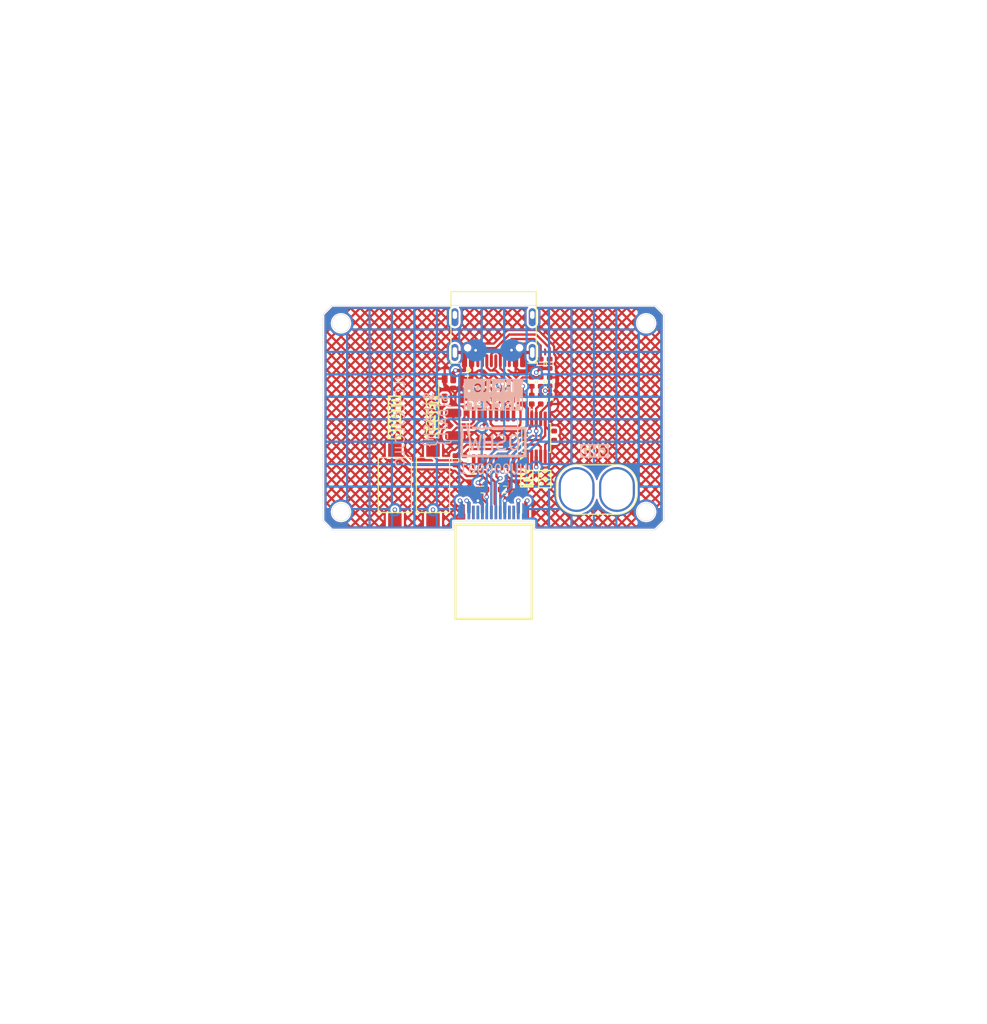
<source format=kicad_pcb>
(kicad_pcb (version 20241229) (generator "pcbnew") (generator_version "9.0")
  (layers (0 "F.Cu" signal) (4 "In1.Cu" signal) (6 "In2.Cu" signal) (2 "B.Cu" signal) (13 "F.Paste" user) (15 "B.Paste" user) (5 "F.SilkS" user "F.Silkscreen") (7 "B.SilkS" user "B.Silkscreen") (1 "F.Mask" user) (3 "B.Mask" user) (25 "Edge.Cuts" user))
  (net 0 "")
  (net 5 "Net-(USB501-VCONN)")
  (net 9 "Net-(USB501-CC)")
  (net 10 "/A7")
  (net 14 "GND")
  (net 15 "+5V")
  (net 16 "+3V3")
  (net 17 "/A6")
  (net 18 "Net-(D501-A)")
  (net 19 "Net-(D502-A)")
  (net 20 "Net-(J501-CC2)")
  (net 21 "Net-(J501-CC1)")
  (net 22 "Net-(U503-DMU-)")
  (net 23 "Net-(U503-DPU+)")
  (net 24 "/ESP_RX")
  (net 25 "/ESP_TX")
  (net 26 "Net-(U504-TNOW{slash}~{DTR})")
  (net 27 "Net-(U504-~{RTS})")
  (net 28 "Net-(U504-~{CTS})")
  (net 32 "Net-(U503-XI)")
  (net 36 "Net-(U503-DM2-)")
  (net 37 "Net-(U503-XO)")
  (net 38 "Net-(U503-DM1-)")
  (net 39 "Net-(U503-DP2+)")
  (net 40 "Net-(U503-DP1+)")
  (net 41 "Net-(U504-V3)")
  (footprint "suku_basics:RES_0402" (layer "F.Cu") (at 105.25 83.5 -90)
    (property "Reference" "R509" (hide yes))
    (property "Value" "1k" (hide yes))
    (pad "1" smd roundrect (at -0.51 0 270) (size 0.54 0.64) (layers "F.Cu" "F.Mask" "F.Paste") (net 16 "+3V3"))
    (pad "2" smd roundrect (at 0.51 0 270) (size 0.54 0.64) (layers "F.Cu" "F.Mask" "F.Paste") (net 18 "Net-(D501-A)"))
  )
  (footprint "suku_basics:CAP_0402" (layer "F.Cu") (at 106.25 85.5 -90)
    (property "Reference" "C507" (hide yes))
    (property "Value" "100n" (hide yes))
    (pad "1" smd roundrect (at -0.48 0 270) (size 0.56 0.62) (layers "F.Cu" "F.Mask" "F.Paste") (net 14 "GND"))
    (pad "2" smd roundrect (at 0.48 0 270) (size 0.56 0.62) (layers "F.Cu" "F.Mask" "F.Paste") (net 15 "+5V"))
  )
  (footprint "suku_basics:RES_0402" (layer "F.Cu") (at 106.75 89.5 90)
    (property "Reference" "R513" (hide yes))
    (property "Value" "4k7" (hide yes))
    (pad "1" smd roundrect (at -0.51 0 90) (size 0.54 0.64) (layers "F.Cu" "F.Mask" "F.Paste") (net 28 "Net-(U504-~{CTS})"))
    (pad "2" smd roundrect (at 0.51 0 90) (size 0.54 0.64) (layers "F.Cu" "F.Mask" "F.Paste") (net 26 "Net-(U504-TNOW{slash}~{DTR})"))
  )
  (footprint "suku_basics:CAP_0402" (layer "F.Cu") (at 100 85 90)
    (property "Reference" "C511" (hide yes))
    (property "Value" "100n" (hide yes))
    (pad "1" smd roundrect (at -0.48 0 90) (size 0.56 0.62) (layers "F.Cu" "F.Mask" "F.Paste") (net 14 "GND"))
    (pad "2" smd roundrect (at 0.48 0 90) (size 0.56 0.62) (layers "F.Cu" "F.Mask" "F.Paste") (net 15 "+5V"))
  )
  (footprint "Package_SO:QSOP-16_3.9x4.9mm_P0.635mm" (layer "F.Cu") (at 100 89.75 90)
    (property "Reference" "U503" (hide yes))
    (property "Value" "CH334R" (hide yes))
    (pad "1" smd roundrect (at -2.6375 -2.2225 90) (size 1.625 0.4) (layers "F.Cu" "F.Mask" "F.Paste"))
    (pad "2" smd roundrect (at -2.6375 -1.5875 90) (size 1.625 0.4) (layers "F.Cu" "F.Mask" "F.Paste"))
    (pad "3" smd roundrect (at -2.6375 -0.9525 90) (size 1.625 0.4) (layers "F.Cu" "F.Mask" "F.Paste"))
    (pad "4" smd roundrect (at -2.6375 -0.3175 90) (size 1.625 0.4) (layers "F.Cu" "F.Mask" "F.Paste"))
    (pad "5" smd roundrect (at -2.6375 0.3175 90) (size 1.625 0.4) (layers "F.Cu" "F.Mask" "F.Paste") (net 36 "Net-(U503-DM2-)"))
    (pad "6" smd roundrect (at -2.6375 0.9525 90) (size 1.625 0.4) (layers "F.Cu" "F.Mask" "F.Paste") (net 39 "Net-(U503-DP2+)"))
    (pad "7" smd roundrect (at -2.6375 1.5875 90) (size 1.625 0.4) (layers "F.Cu" "F.Mask" "F.Paste") (net 38 "Net-(U503-DM1-)"))
    (pad "8" smd roundrect (at -2.6375 2.2225 90) (size 1.625 0.4) (layers "F.Cu" "F.Mask" "F.Paste") (net 40 "Net-(U503-DP1+)"))
    (pad "9" smd roundrect (at 2.6375 2.2225 90) (size 1.625 0.4) (layers "F.Cu" "F.Mask" "F.Paste"))
    (pad "10" smd roundrect (at 2.6375 1.5875 90) (size 1.625 0.4) (layers "F.Cu" "F.Mask" "F.Paste") (net 22 "Net-(U503-DMU-)"))
    (pad "11" smd roundrect (at 2.6375 0.9525 90) (size 1.625 0.4) (layers "F.Cu" "F.Mask" "F.Paste") (net 23 "Net-(U503-DPU+)"))
    (pad "12" smd roundrect (at 2.6375 0.3175 90) (size 1.625 0.4) (layers "F.Cu" "F.Mask" "F.Paste") (net 15 "+5V"))
    (pad "13" smd roundrect (at 2.6375 -0.3175 90) (size 1.625 0.4) (layers "F.Cu" "F.Mask" "F.Paste") (net 16 "+3V3"))
    (pad "14" smd roundrect (at 2.6375 -0.9525 90) (size 1.625 0.4) (layers "F.Cu" "F.Mask" "F.Paste") (net 14 "GND"))
    (pad "15" smd roundrect (at 2.6375 -1.5875 90) (size 1.625 0.4) (layers "F.Cu" "F.Mask" "F.Paste") (net 37 "Net-(U503-XO)"))
    (pad "16" smd roundrect (at 2.6375 -2.2225 90) (size 1.625 0.4) (layers "F.Cu" "F.Mask" "F.Paste") (net 32 "Net-(U503-XI)"))
  )
  (footprint "LED_SMD:LED_0402_1005Metric" (layer "F.Cu") (at 104.25 85.5 90)
    (property "Reference" "D502" (hide yes))
    (property "Value" "LED" (hide yes))
    (pad "1" smd roundrect (at -0.485 0 90) (size 0.59 0.64) (layers "F.Cu" "F.Mask" "F.Paste") (net 25 "/ESP_TX"))
    (pad "2" smd roundrect (at 0.485 0 90) (size 0.59 0.64) (layers "F.Cu" "F.Mask" "F.Paste") (net 19 "Net-(D502-A)"))
  )
  (footprint "Button_Switch_SMD:SW_SPST_CK_RS282G05A3" (layer "F.Cu") (at 93.25 95 90)
    (property "Reference" "SW502" (hide yes))
    (property "Value" "C2905169" (hide yes))
    (pad "1" smd rect (at -3.9 0 90) (size 1.5 1.5) (layers "F.Cu" "F.Mask" "F.Paste") (net 14 "GND"))
    (pad "2" smd rect (at 3.9 0 90) (size 1.5 1.5) (layers "F.Cu" "F.Mask" "F.Paste") (net 17 "/A6"))
  )
  (footprint "suku_basics:CAP_0402" (layer "F.Cu") (at 103.25 85.5 -90)
    (property "Reference" "C506" (hide yes))
    (property "Value" "100n" (hide yes))
    (pad "1" smd roundrect (at -0.48 0 270) (size 0.56 0.62) (layers "F.Cu" "F.Mask" "F.Paste") (net 14 "GND"))
    (pad "2" smd roundrect (at 0.48 0 270) (size 0.56 0.62) (layers "F.Cu" "F.Mask" "F.Paste") (net 41 "Net-(U504-V3)"))
  )
  (footprint "Package_SO:MSOP-10_3x3mm_P0.5mm" (layer "F.Cu") (at 104.75 89.75 90)
    (property "Reference" "U504" (hide yes))
    (property "Value" "CH340X" (hide yes))
    (pad "1" smd roundrect (at -2.1125 -1 90) (size 1.625 0.35) (layers "F.Cu" "F.Mask" "F.Paste") (net 40 "Net-(U503-DP1+)"))
    (pad "2" smd roundrect (at -2.1125 -0.5 90) (size 1.625 0.35) (layers "F.Cu" "F.Mask" "F.Paste") (net 38 "Net-(U503-DM1-)"))
    (pad "3" smd roundrect (at -2.1125 0 90) (size 1.625 0.35) (layers "F.Cu" "F.Mask" "F.Paste") (net 14 "GND"))
    (pad "4" smd roundrect (at -2.1125 0.5 90) (size 1.625 0.35) (layers "F.Cu" "F.Mask" "F.Paste") (net 27 "Net-(U504-~{RTS})"))
    (pad "5" smd roundrect (at -2.1125 1 90) (size 1.625 0.35) (layers "F.Cu" "F.Mask" "F.Paste") (net 28 "Net-(U504-~{CTS})"))
    (pad "6" smd roundrect (at 2.1125 1 90) (size 1.625 0.35) (layers "F.Cu" "F.Mask" "F.Paste") (net 26 "Net-(U504-TNOW{slash}~{DTR})"))
    (pad "7" smd roundrect (at 2.1125 0.5 90) (size 1.625 0.35) (layers "F.Cu" "F.Mask" "F.Paste") (net 15 "+5V"))
    (pad "8" smd roundrect (at 2.1125 0 90) (size 1.625 0.35) (layers "F.Cu" "F.Mask" "F.Paste") (net 24 "/ESP_RX"))
    (pad "9" smd roundrect (at 2.1125 -0.5 90) (size 1.625 0.35) (layers "F.Cu" "F.Mask" "F.Paste") (net 25 "/ESP_TX"))
    (pad "10" smd roundrect (at 2.1125 -1 90) (size 1.625 0.35) (layers "F.Cu" "F.Mask" "F.Paste") (net 41 "Net-(U504-V3)"))
  )
  (footprint "suku_basics:CAP_0402" (layer "F.Cu") (at 98 85 -90)
    (property "Reference" "C510" (hide yes))
    (property "Value" "10u" (hide yes))
    (pad "1" smd roundrect (at -0.48 0 270) (size 0.56 0.62) (layers "F.Cu" "F.Mask" "F.Paste") (net 14 "GND"))
    (pad "2" smd roundrect (at 0.48 0 270) (size 0.56 0.62) (layers "F.Cu" "F.Mask" "F.Paste") (net 16 "+3V3"))
  )
  (footprint "suku_basics:USB-TYPE-C-SMD_U261-241N-4BS60" (layer "F.Cu") (at 100 100)
    (property "Reference" "USB501" (hide yes))
    (property "Value" "U261-241N-4BS60" (hide yes))
    (pad "1" smd rect (at -3.6 -2) (size 0.7 1.4) (layers "B.Cu" "B.Mask" "B.Paste") (net 14 "GND"))
    (pad "2" smd rect (at 3.6 -2) (size 0.7 1.4) (layers "F.Cu" "F.Mask" "F.Paste") (net 14 "GND"))
    (pad "A1" smd rect (at 2.75 -1.94) (size 0.3 1.5) (layers "F.Cu" "F.Mask" "F.Paste") (net 14 "GND"))
    (pad "A2" smd rect (at 2.25 -1.94) (size 0.3 1.5) (layers "F.Cu" "F.Mask" "F.Paste"))
    (pad "A3" smd rect (at 1.75 -1.94) (size 0.3 1.5) (layers "F.Cu" "F.Mask" "F.Paste"))
    (pad "A4" smd rect (at 1.25 -1.94) (size 0.3 1.5) (layers "F.Cu" "F.Mask" "F.Paste") (net 15 "+5V"))
    (pad "A5" smd rect (at 0.75 -1.94) (size 0.3 1.5) (layers "F.Cu" "F.Mask" "F.Paste") (net 9 "Net-(USB501-CC)"))
    (pad "A6" smd rect (at 0.25 -1.94) (size 0.3 1.5) (layers "F.Cu" "F.Mask" "F.Paste") (net 17 "/A6"))
    (pad "A7" smd rect (at -0.25 -1.94) (size 0.3 1.5) (layers "F.Cu" "F.Mask" "F.Paste") (net 10 "/A7"))
    (pad "A8" smd rect (at -0.75 -1.94) (size 0.3 1.5) (layers "F.Cu" "F.Mask" "F.Paste") (net 25 "/ESP_TX"))
    (pad "A9" smd rect (at -1.25 -1.94) (size 0.3 1.5) (layers "F.Cu" "F.Mask" "F.Paste") (net 15 "+5V"))
    (pad "A10" smd rect (at -1.75 -1.94) (size 0.3 1.5) (layers "F.Cu" "F.Mask" "F.Paste"))
    (pad "A11" smd rect (at -2.25 -1.94) (size 0.3 1.5) (layers "F.Cu" "F.Mask" "F.Paste"))
    (pad "A12" smd rect (at -2.75 -1.94) (size 0.3 1.5) (layers "F.Cu" "F.Mask" "F.Paste") (net 14 "GND"))
    (pad "B1" smd rect (at -2.75 -1.94) (size 0.3 1.5) (layers "B.Cu" "B.Mask" "B.Paste") (net 14 "GND"))
    (pad "B2" smd rect (at -2.25 -1.94) (size 0.3 1.5) (layers "B.Cu" "B.Mask" "B.Paste"))
    (pad "B3" smd rect (at -1.75 -1.94) (size 0.3 1.5) (layers "B.Cu" "B.Mask" "B.Paste"))
    (pad "B4" smd rect (at -1.25 -1.94) (size 0.3 1.5) (layers "B.Cu" "B.Mask" "B.Paste") (net 15 "+5V"))
    (pad "B5" smd rect (at -0.75 -1.94) (size 0.3 1.5) (layers "B.Cu" "B.Mask" "B.Paste") (net 5 "Net-(USB501-VCONN)"))
    (pad "B6" smd rect (at -0.25 -1.94) (size 0.3 1.5) (layers "B.Cu" "B.Mask" "B.Paste") (net 39 "Net-(U503-DP2+)"))
    (pad "B7" smd rect (at 0.25 -1.94) (size 0.3 1.5) (layers "B.Cu" "B.Mask" "B.Paste") (net 36 "Net-(U503-DM2-)"))
    (pad "B8" smd rect (at 0.75 -1.94) (size 0.3 1.5) (layers "B.Cu" "B.Mask" "B.Paste") (net 24 "/ESP_RX"))
    (pad "B9" smd rect (at 1.25 -1.94) (size 0.3 1.5) (layers "B.Cu" "B.Mask" "B.Paste") (net 15 "+5V"))
    (pad "B10" smd rect (at 1.75 -1.94) (size 0.3 1.5) (layers "B.Cu" "B.Mask" "B.Paste"))
    (pad "B11" smd rect (at 2.25 -1.94) (size 0.3 1.5) (layers "B.Cu" "B.Mask" "B.Paste"))
    (pad "B12" smd rect (at 2.75 -1.94) (size 0.3 1.5) (layers "B.Cu" "B.Mask" "B.Paste") (net 14 "GND"))
  )
  (footprint "suku_basics:RES_0402" (layer "F.Cu") (at 101.25 95.5 180)
    (property "Reference" "R502" (hide yes))
    (property "Value" "1k" (hide yes))
    (pad "1" smd roundrect (at -0.51 0 180) (size 0.54 0.64) (layers "F.Cu" "F.Mask" "F.Paste") (net 15 "+5V"))
    (pad "2" smd roundrect (at 0.51 0 180) (size 0.54 0.64) (layers "F.Cu" "F.Mask" "F.Paste") (net 9 "Net-(USB501-CC)"))
  )
  (footprint "suku_basics:RES_0402" (layer "F.Cu") (at 104.25 83.5 -90)
    (property "Reference" "R510" (hide yes))
    (property "Value" "1k" (hide yes))
    (pad "1" smd roundrect (at -0.51 0 270) (size 0.54 0.64) (layers "F.Cu" "F.Mask" "F.Paste") (net 16 "+3V3"))
    (pad "2" smd roundrect (at 0.51 0 270) (size 0.54 0.64) (layers "F.Cu" "F.Mask" "F.Paste") (net 19 "Net-(D502-A)"))
  )
  (footprint "suku_basics:CAP_0402" (layer "F.Cu") (at 99 85 -90)
    (property "Reference" "C512" (hide yes))
    (property "Value" "100n" (hide yes))
    (pad "1" smd roundrect (at -0.48 0 270) (size 0.56 0.62) (layers "F.Cu" "F.Mask" "F.Paste") (net 14 "GND"))
    (pad "2" smd roundrect (at 0.48 0 270) (size 0.56 0.62) (layers "F.Cu" "F.Mask" "F.Paste") (net 16 "+3V3"))
  )
  (footprint "suku_basics:USB_C_Korean_Hroparts_TYPE-C-31-M-12" (layer "F.Cu") (at 100 78.265 180)
    (property "Reference" "J501" (hide yes))
    (property "Value" "TYPE-C-32-M-12" (hide yes))
    (pad "" np_thru_hole circle (at -2.89 -1.45 180) (size 0.65 0.65) (drill 0.65) (layers "*.Cu" "*.Mask"))
    (pad "" np_thru_hole circle (at 2.89 -1.45 180) (size 0.65 0.65) (drill 0.65) (layers "*.Cu" "*.Mask"))
    (pad "A1B12" smd roundrect (at -3.25 -2.895 180) (size 0.6 1.45) (layers "F.Cu" "F.Mask" "F.Paste") (net 14 "GND"))
    (pad "A4B9" smd roundrect (at -2.45 -2.895 180) (size 0.6 1.45) (layers "F.Cu" "F.Mask" "F.Paste") (net 15 "+5V"))
    (pad "A5" smd roundrect (at -1.25 -2.895 180) (size 0.34 1.45) (layers "F.Cu" "F.Mask" "F.Paste") (roundrect_rratio 0.5) (net 21 "Net-(J501-CC1)"))
    (pad "A6" smd roundrect (at -0.25 -2.895 180) (size 0.34 1.45) (layers "F.Cu" "F.Mask" "F.Paste") (roundrect_rratio 0.5) (net 23 "Net-(U503-DPU+)"))
    (pad "A7" smd roundrect (at 0.25 -2.895 180) (size 0.34 1.45) (layers "F.Cu" "F.Mask" "F.Paste") (roundrect_rratio 0.5) (net 22 "Net-(U503-DMU-)"))
    (pad "A8" smd roundrect (at 1.25 -2.895 180) (size 0.34 1.45) (layers "F.Cu" "F.Mask" "F.Paste") (roundrect_rratio 0.5))
    (pad "A9B4" smd roundrect (at 2.45 -2.895 180) (size 0.6 1.45) (layers "F.Cu" "F.Mask" "F.Paste") (net 15 "+5V"))
    (pad "A12B1" smd roundrect (at 3.25 -2.895 180) (size 0.6 1.45) (layers "F.Cu" "F.Mask" "F.Paste") (net 14 "GND"))
    (pad "B5" smd roundrect (at 1.75 -2.895 180) (size 0.34 1.45) (layers "F.Cu" "F.Mask" "F.Paste") (roundrect_rratio 0.5) (net 20 "Net-(J501-CC2)"))
    (pad "B6" smd roundrect (at 0.75 -2.895 180) (size 0.34 1.45) (layers "F.Cu" "F.Mask" "F.Paste") (roundrect_rratio 0.5) (net 23 "Net-(U503-DPU+)"))
    (pad "B7" smd roundrect (at -0.75 -2.895 180) (size 0.34 1.45) (layers "F.Cu" "F.Mask" "F.Paste") (roundrect_rratio 0.5) (net 22 "Net-(U503-DMU-)"))
    (pad "B8" smd roundrect (at -1.75 -2.895 180) (size 0.34 1.45) (layers "F.Cu" "F.Mask" "F.Paste") (roundrect_rratio 0.5))
    (pad "S1" thru_hole oval (at -4.32 -1.98 180) (size 0.8 1.9) (drill oval 0.5 1.2) (layers "*.Cu" "*.Mask" "F.Paste") (net 14 "GND"))
    (pad "S2" thru_hole oval (at 4.32 -1.98 180) (size 0.8 1.9) (drill oval 0.5 1.2) (layers "*.Cu" "*.Mask" "F.Paste") (net 14 "GND"))
    (pad "S3" thru_hole oval (at -4.32 2.2 180) (size 0.8 2) (drill oval 0.5 0.9 (offset 0 -0.25)) (layers "*.Cu" "*.Mask" "F.Paste") (net 14 "GND"))
    (pad "S4" thru_hole oval (at 4.32 2.2 180) (size 0.8 2) (drill oval 0.5 0.9 (offset 0 -0.25)) (layers "*.Cu" "*.Mask" "F.Paste") (net 14 "GND"))
  )
  (footprint "suku_basics:OscilloscopeGround" (layer "F.Cu") (at 111.5 95.5)
    (property "Reference" "J504" (hide yes))
    (property "Value" "Conn_01x02" (hide yes))
    (pad "1" thru_hole roundrect (at -2.25 0) (size 4 5) (drill oval 3.5 4.5) (layers "*.Cu" "*.Mask") (roundrect_rratio 0.5) (net 14 "GND"))
    (pad "2" thru_hole roundrect (at 2.25 0) (size 4 5) (drill oval 3.5 4.5) (layers "*.Cu" "*.Mask") (roundrect_rratio 0.5) (net 14 "GND"))
  )
  (footprint "suku_basics:RES_0402" (layer "F.Cu") (at 95.75 92.25 -90)
    (property "Reference" "R511" (hide yes))
    (property "Value" "1k" (hide yes))
    (pad "1" smd roundrect (at -0.51 0 270) (size 0.54 0.64) (layers "F.Cu" "F.Mask" "F.Paste") (net 26 "Net-(U504-TNOW{slash}~{DTR})"))
    (pad "2" smd roundrect (at 0.51 0 270) (size 0.54 0.64) (layers "F.Cu" "F.Mask" "F.Paste") (net 10 "/A7"))
  )
  (footprint "suku_basics:RES_0402" (layer "F.Cu") (at 96.75 92.25 -90)
    (property "Reference" "R512" (hide yes))
    (property "Value" "1k" (hide yes))
    (pad "1" smd roundrect (at -0.51 0 270) (size 0.54 0.64) (layers "F.Cu" "F.Mask" "F.Paste") (net 27 "Net-(U504-~{RTS})"))
    (pad "2" smd roundrect (at 0.51 0 270) (size 0.54 0.64) (layers "F.Cu" "F.Mask" "F.Paste") (net 17 "/A6"))
  )
  (footprint "suku_basics:RES_0402" (layer "F.Cu") (at 106.25 81.5 -90)
    (property "Reference" "R504" (hide yes))
    (property "Value" "5k1" (hide yes))
    (pad "1" smd roundrect (at -0.51 0 270) (size 0.54 0.64) (layers "F.Cu" "F.Mask" "F.Paste") (net 20 "Net-(J501-CC2)"))
    (pad "2" smd roundrect (at 0.51 0 270) (size 0.54 0.64) (layers "F.Cu" "F.Mask" "F.Paste") (net 14 "GND"))
  )
  (footprint "suku_basics:RES_0402" (layer "F.Cu") (at 98.75 95.5)
    (property "Reference" "R501" (hide yes))
    (property "Value" "1k" (hide yes))
    (pad "1" smd roundrect (at -0.51 0) (size 0.54 0.64) (layers "F.Cu" "F.Mask" "F.Paste") (net 15 "+5V"))
    (pad "2" smd roundrect (at 0.51 0) (size 0.54 0.64) (layers "F.Cu" "F.Mask" "F.Paste") (net 5 "Net-(USB501-VCONN)"))
  )
  (footprint "Button_Switch_SMD:SW_SPST_CK_RS282G05A3" (layer "F.Cu") (at 89 95 90)
    (property "Reference" "SW501" (hide yes))
    (property "Value" "C2905169" (hide yes))
    (pad "1" smd rect (at -3.9 0 90) (size 1.5 1.5) (layers "F.Cu" "F.Mask" "F.Paste") (net 14 "GND"))
    (pad "2" smd rect (at 3.9 0 90) (size 1.5 1.5) (layers "F.Cu" "F.Mask" "F.Paste") (net 10 "/A7"))
  )
  (footprint "suku_basics:CAP_0402" (layer "F.Cu") (at 101 85 -90)
    (property "Reference" "C509" (hide yes))
    (property "Value" "10u" (hide yes))
    (pad "1" smd roundrect (at -0.48 0 270) (size 0.56 0.62) (layers "F.Cu" "F.Mask" "F.Paste") (net 14 "GND"))
    (pad "2" smd roundrect (at 0.48 0 270) (size 0.56 0.62) (layers "F.Cu" "F.Mask" "F.Paste") (net 15 "+5V"))
  )
  (footprint "suku_basics:RES_0402" (layer "F.Cu") (at 105.25 81.5 -90)
    (property "Reference" "R505" (hide yes))
    (property "Value" "5k1" (hide yes))
    (pad "1" smd roundrect (at -0.51 0 270) (size 0.54 0.64) (layers "F.Cu" "F.Mask" "F.Paste") (net 21 "Net-(J501-CC1)"))
    (pad "2" smd roundrect (at 0.51 0 270) (size 0.54 0.64) (layers "F.Cu" "F.Mask" "F.Paste") (net 14 "GND"))
  )
  (footprint "LED_SMD:LED_0402_1005Metric" (layer "F.Cu") (at 105.25 85.5 90)
    (property "Reference" "D501" (hide yes))
    (property "Value" "LED" (hide yes))
    (pad "1" smd roundrect (at -0.485 0 90) (size 0.59 0.64) (layers "F.Cu" "F.Mask" "F.Paste") (net 24 "/ESP_RX"))
    (pad "2" smd roundrect (at 0.485 0 90) (size 0.59 0.64) (layers "F.Cu" "F.Mask" "F.Paste") (net 18 "Net-(D501-A)"))
  )
  (footprint "suku_basics:CAP_0402" (layer "F.Cu") (at 106.25 83.5 90)
    (property "Reference" "C508" (hide yes))
    (property "Value" "10u" (hide yes))
    (pad "1" smd roundrect (at -0.48 0 90) (size 0.56 0.62) (layers "F.Cu" "F.Mask" "F.Paste") (net 14 "GND"))
    (pad "2" smd roundrect (at 0.48 0 90) (size 0.56 0.62) (layers "F.Cu" "F.Mask" "F.Paste") (net 15 "+5V"))
  )
  (footprint "suku_basics:Crystal_SMD_3215-2Pin_3.2x1.5mm" (layer "F.Cu") (at 95.5 88.25 90)
    (property "Reference" "Y501" (hide yes))
    (property "Value" "12MHz" (hide yes))
    (pad "1" smd roundrect (at 1.25 0 90) (size 1 1.8) (layers "F.Cu" "F.Mask" "F.Paste") (net 32 "Net-(U503-XI)"))
    (pad "2" smd roundrect (at -1.25 0 90) (size 1 1.8) (layers "F.Cu" "F.Mask" "F.Paste") (net 37 "Net-(U503-XO)"))
  )
  (footprint "suku_basics:SOT-23-5" (layer "F.Cu") (at 95.5 84.25 90)
    (property "Reference" "U501" (hide yes))
    (property "Value" "~" (hide yes))
    (pad "1" smd roundrect (at 1.1 0.95 270) (size 1.06 0.65) (layers "F.Cu" "F.Mask" "F.Paste") (net 15 "+5V"))
    (pad "2" smd roundrect (at 1.1 0 270) (size 1.06 0.65) (layers "F.Cu" "F.Mask" "F.Paste") (net 14 "GND"))
    (pad "3" smd roundrect (at 1.1 -0.95 270) (size 1.06 0.65) (layers "F.Cu" "F.Mask" "F.Paste") (net 15 "+5V"))
    (pad "4" smd roundrect (at -1.1 -0.95 270) (size 1.06 0.65) (layers "F.Cu" "F.Mask" "F.Paste"))
    (pad "5" smd roundrect (at -1.1 0.95 270) (size 1.06 0.65) (layers "F.Cu" "F.Mask" "F.Paste") (net 16 "+3V3"))
  )
  (footprint "suku_basics:OSHWA" (layer "B.Cu") (at 100 91 180)
    (property "Reference" "H534" (hide yes))
    (property "Value" "Outline" (hide yes))
  )
  (gr_circle (center 117 77) (end 117 76) (stroke (width 0.05)) (fill no) (layer "Edge.Cuts"))
  (gr_line (start 95.5 100) (end 95.5 99) (stroke (width 0.05)) (layer "Edge.Cuts"))
  (gr_line (start 118 75) (end 82 75) (stroke (width 0.05)) (layer "Edge.Cuts"))
  (gr_line (start 104.5 100) (end 118 100) (stroke (width 0.05)) (layer "Edge.Cuts"))
  (gr_circle (center 83 77) (end 83 76) (stroke (width 0.05)) (fill no) (layer "Edge.Cuts"))
  (gr_line (start 82 100) (end 95.5 100) (stroke (width 0.05)) (layer "Edge.Cuts"))
  (gr_line (start 119 76) (end 118 75) (stroke (width 0.05)) (layer "Edge.Cuts"))
  (gr_line (start 81 76) (end 81 99) (stroke (width 0.05)) (layer "Edge.Cuts"))
  (gr_circle (center 83 98) (end 83 97) (stroke (width 0.05)) (fill no) (layer "Edge.Cuts"))
  (gr_line (start 95.5 99) (end 104.5 99) (stroke (width 0.05)) (layer "Edge.Cuts"))
  (gr_line (start 118 100) (end 119 99) (stroke (width 0.05)) (layer "Edge.Cuts"))
  (gr_circle (center 117 98) (end 117 97) (stroke (width 0.05)) (fill no) (layer "Edge.Cuts"))
  (gr_line (start 104.5 99) (end 104.5 100) (stroke (width 0.05)) (layer "Edge.Cuts"))
  (gr_line (start 119 99) (end 119 76) (stroke (width 0.05)) (layer "Edge.Cuts"))
  (gr_line (start 81 76) (end 82 75) (stroke (width 0.05)) (layer "Edge.Cuts"))
  (gr_line (start 81 99) (end 82 100) (stroke (width 0.05)) (layer "Edge.Cuts"))
  (gr_text "RX" (at 105.75 93.25 90) (layer "F.SilkS" knockout) (effects (font (size 1 1) (thickness 0.25) (bold yes)) (justify right)))
  (gr_text "TX" (at 103.75 93.25 90) (layer "F.SilkS" knockout) (effects (font (size 1 1) (thickness 0.25) (bold yes)) (justify right)))
  (gr_text "RESET" (at 93.25 87.5 90) (layer "F.SilkS" knockout) (effects (font (size 1 1) (thickness 0.25) (bold yes))))
  (gr_text "BOOT0" (at 89 87.5 90) (layer "F.SilkS" knockout) (effects (font (size 1 1) (thickness 0.25) (bold yes))))
  (gr_text "GND" (at 111.25 91.25 0) (layer "F.SilkS" knockout) (effects (font (size 1 1) (thickness 0.25) (bold yes))))
  (gr_text "GND" (at 111.25 91.25 -0) (layer "B.SilkS" knockout) (effects (font (size 1 1) (thickness 0.25) (bold yes)) (justify mirror)))
  (gr_text "JLCJLCJLCJLC\n${PROJECTNAME}\n${HASH}\n${DATE}" (at 92 87.75 90) (layer "B.SilkS") (effects (font (size 1 1)) (justify mirror)))
  (gr_text "Hello\nHacker!" (at 100 85 0) (layer "B.SilkS" knockout) (effects (font (size 1.2 1.2)) (justify mirror)))
  (segment (start 99.227 95.533) (end 99.227 96.325734) (width 0.254) (layer "F.Cu") (net 5))
  (segment (start 99.26 95.5) (end 99.227 95.533) (width 0.254) (layer "F.Cu") (net 5))
  (via (at 99.227 96.325734) (size 0.5) (drill 0.3) (layers "F.Cu" "B.Cu") (net 5))
  (segment (start 99.25 96.348734) (end 99.227 96.325734) (width 0.254) (layer "B.Cu") (net 5))
  (segment (start 99.25 98.06) (end 99.25 96.348734) (width 0.254) (layer "B.Cu") (net 5))
  (segment (start 100.74 95.5) (end 100.75 95.51) (width 0.254) (layer "F.Cu") (net 9))
  (segment (start 100.75 95.51) (end 100.75 98.06) (width 0.254) (layer "F.Cu") (net 9))
  (segment (start 97 94) (end 98.75 94) (width 0.254) (layer "F.Cu") (net 10))
  (segment (start 89.1 91.1) (end 89 91.1) (width 0.254) (layer "F.Cu") (net 10))
  (segment (start 95.75 92.76) (end 90.76 92.76) (width 0.254) (layer "F.Cu") (net 10))
  (segment (start 99.757 98.053) (end 99.75 98.06) (width 0.254) (layer "F.Cu") (net 10))
  (segment (start 98.75 94) (end 99.757 95.007) (width 0.254) (layer "F.Cu") (net 10))
  (segment (start 95.75 92.76) (end 95.76 92.76) (width 0.254) (layer "F.Cu") (net 10))
  (segment (start 90.76 92.76) (end 89.1 91.1) (width 0.254) (layer "F.Cu") (net 10))
  (segment (start 95.76 92.76) (end 97 94) (width 0.254) (layer "F.Cu") (net 10))
  (segment (start 99.757 95.007) (end 99.757 98.053) (width 0.254) (layer "F.Cu") (net 10))
  (segment (start 102.75 98.06) (end 102.75 96.75) (width 0.381) (layer "F.Cu") (net 14))
  (segment (start 96.75 80.5) (end 96.75 81.16) (width 0.381) (layer "F.Cu") (net 14))
  (segment (start 101 84.52) (end 101 83.75) (width 0.381) (layer "F.Cu") (net 14))
  (segment (start 103.25 84) (end 103.25 85.02) (width 0.254) (layer "F.Cu") (net 14))
  (segment (start 106.25 82.01) (end 105.25 82.01) (width 0.381) (layer "F.Cu") (net 14))
  (segment (start 96.75 82.25) (end 95.75 82.25) (width 0.381) (layer "F.Cu") (net 14))
  (segment (start 99.0475 88.155) (end 99.0475 87.1125) (width 0.381) (layer "F.Cu") (net 14))
  (segment (start 95.5 82.5) (end 95.75 82.25) (width 0.381) (layer "F.Cu") (net 14))
  (segment (start 105.25 82.01) (end 105.223986 82.01) (width 0.254) (layer "F.Cu") (net 14))
  (segment (start 104.75 91.8625) (end 104.75 93) (width 0.381) (layer "F.Cu") (net 14))
  (segment (start 97.25 98.06) (end 97.25 97.25) (width 0.381) (layer "F.Cu") (net 14))
  (segment (start 105.768855 84.5) (end 105.765531 84.503324) (width 0.254) (layer "F.Cu") (net 14))
  (segment (start 105.223986 82.01) (end 104.75188 82.482106) (width 0.254) (layer "F.Cu") (net 14))
  (segment (start 97.27 84.52) (end 98 84.52) (width 0.254) (layer "F.Cu") (net 14))
  (segment (start 93.25 98.9) (end 93.25 97.75) (width 0.381) (layer "F.Cu") (net 14))
  (segment (start 99.04 84.52) (end 98 84.52) (width 0.254) (layer "F.Cu") (net 14))
  (segment (start 97.25 97) (end 97 96.75) (width 0.381) (layer "F.Cu") (net 14))
  (segment (start 99.96 85.48) (end 99 84.52) (width 0.254) (layer "F.Cu") (net 14))
  (segment (start 103.6 96.9) (end 103.75 96.75) (width 0.381) (layer "F.Cu") (net 14))
  (segment (start 100 85.48) (end 99.96 85.48) (width 0.254) (layer "F.Cu") (net 14))
  (segment (start 97.25 97.25) (end 97.25 97) (width 0.381) (layer "F.Cu") (net 14))
  (segment (start 106.25 84.5) (end 105.768855 84.5) (width 0.254) (layer "F.Cu") (net 14))
  (segment (start 89 98.9) (end 89 97.75) (width 0.381) (layer "F.Cu") (net 14))
  (segment (start 100 85.48) (end 100.04 85.48) (width 0.254) (layer "F.Cu") (net 14))
  (segment (start 95.5 83.15) (end 95.5 82.5) (width 0.381) (layer "F.Cu") (net 14))
  (segment (start 96.75 81.16) (end 96.75 82.25) (width 0.381) (layer "F.Cu") (net 14))
  (segment (start 103.6 98) (end 103.6 96.9) (width 0.381) (layer "F.Cu") (net 14))
  (segment (start 103.25 80.5) (end 103.505 80.245) (width 0.381) (layer "F.Cu") (net 14))
  (segment (start 98.7025 88.5) (end 99.0475 88.155) (width 0.381) (layer "F.Cu") (net 14))
  (segment (start 103.25 81.16) (end 103.25 80.5) (width 0.381) (layer "F.Cu") (net 14))
  (segment (start 95.68 80.245) (end 96.495 80.245) (width 0.381) (layer "F.Cu") (net 14))
  (segment (start 96.495 80.245) (end 96.75 80.5) (width 0.381) (layer "F.Cu") (net 14))
  (segment (start 106.25 84.5) (end 106.25 85.02) (width 0.254) (layer "F.Cu") (net 14))
  (segment (start 103.505 80.245) (end 104.32 80.245) (width 0.381) (layer "F.Cu") (net 14))
  (segment (start 106.25 83.98) (end 106.25 84.5) (width 0.254) (layer "F.Cu") (net 14))
  (via (at 103.25 84) (size 0.5) (drill 0.3) (layers "F.Cu" "B.Cu") (net 14))
  (via (at 97 96.75) (size 0.5) (drill 0.3) (layers "F.Cu" "B.Cu") (net 14))
  (via (at 104.75 93) (size 0.5) (drill 0.3) (layers "F.Cu" "B.Cu") (net 14))
  (via (at 104.75188 82.482106) (size 0.5) (drill 0.3) (layers "F.Cu" "B.Cu") (net 14))
  (via (at 102.75 96.75) (size 0.5) (drill 0.3) (layers "F.Cu" "B.Cu") (net 14))
  (via (at 89 97.75) (size 0.5) (drill 0.3) (layers "F.Cu" "B.Cu") (net 14))
  (via (at 96.25 96.75) (size 0.5) (drill 0.3) (layers "F.Cu" "B.Cu") (net 14))
  (via (at 103.75 96.75) (size 0.5) (drill 0.3) (layers "F.Cu" "B.Cu") (net 14))
  (via (at 93.25 97.75) (size 0.5) (drill 0.3) (layers "F.Cu" "B.Cu") (net 14))
  (via (at 101 83.75) (size 0.5) (drill 0.3) (layers "F.Cu" "B.Cu") (net 14))
  (via (at 97.27 84.52) (size 0.5) (drill 0.3) (layers "F.Cu" "B.Cu") (net 14))
  (via (at 95.75 82.25) (size 0.5) (drill 0.3) (layers "F.Cu" "B.Cu") (net 14))
  (via (at 105.765531 84.503324) (size 0.5) (drill 0.3) (layers "F.Cu" "B.Cu") (net 14))
  (via (at 98.7025 88.5) (size 0.5) (drill 0.3) (layers "F.Cu" "B.Cu") (net 14))
  (segment (start 96.4 96.9) (end 96.25 96.75) (width 0.381) (layer "B.Cu") (net 14))
  (segment (start 102.75 98.06) (end 102.75 96.75) (width 0.381) (layer "B.Cu") (net 14))
  (segment (start 97.25 98.06) (end 97.25 97) (width 0.381) (layer "B.Cu") (net 14))
  (segment (start 97.25 97) (end 97 96.75) (width 0.381) (layer "B.Cu") (net 14))
  (segment (start 96.4 98) (end 96.4 96.9) (width 0.381) (layer "B.Cu") (net 14))
  (segment (start 96.45 83.15) (end 97.45 83.15) (width 0.381) (layer "F.Cu") (net 15))
  (segment (start 97.985001 80) (end 97.55 80.435001) (width 0.381) (layer "F.Cu") (net 15))
  (segment (start 97.45 83.15) (end 97.55 83.25) (width 0.381) (layer "F.Cu") (net 15))
  (segment (start 98.75 98.06) (end 98.75 97.25) (width 0.254) (layer "F.Cu") (net 15))
  (segment (start 102.45 81.884999) (end 102.45 81.16) (width 0.254) (layer "F.Cu") (net 15))
  (segment (start 107 83.02) (end 106.25 83.02) (width 0.254) (layer "F.Cu") (net 15))
  (segment (start 102 79.985) (end 102.45 80.435001) (width 0.381) (layer "F.Cu") (net 15))
  (segment (start 102.815001 82.25) (end 102.45 81.884999) (width 0.254) (layer "F.Cu") (net 15))
  (segment (start 98.75 97.25) (end 98.24 96.74) (width 0.254) (layer "F.Cu") (net 15))
  (segment (start 95 84.25) (end 96 84.25) (width 0.381) (layer "F.Cu") (net 15))
  (segment (start 100.3175 87.1125) (end 100.3175 86.1625) (width 0.254) (layer "F.Cu") (net 15))
  (segment (start 97.55 81.16) (end 97.55 83.25) (width 0.381) (layer "F.Cu") (net 15))
  (segment (start 107 85.23) (end 107 83.02) (width 0.254) (layer "F.Cu") (net 15))
  (segment (start 98 80) (end 97.985001 80) (width 0.381) (layer "F.Cu") (net 15))
  (segment (start 94.55 83.8) (end 95 84.25) (width 0.381) (layer "F.Cu") (net 15))
  (segment (start 100.3175 86.1625) (end 101 85.48) (width 0.254) (layer "F.Cu") (net 15))
  (segment (start 104.75 81.5) (end 104 82.25) (width 0.254) (layer "F.Cu") (net 15))
  (segment (start 101.76 96.24) (end 101.76 95.5) (width 0.254) (layer "F.Cu") (net 15))
  (segment (start 101.25 98.06) (end 101.25 96.75) (width 0.254) (layer "F.Cu") (net 15))
  (segment (start 97.75 83.75) (end 99.23 83.75) (width 0.381) (layer "F.Cu") (net 15))
  (segment (start 106.25 85.98) (end 107 85.23) (width 0.254) (layer "F.Cu") (net 15))
  (segment (start 97.55 80.435001) (end 97.55 81.16) (width 0.381) (layer "F.Cu") (net 15))
  (segment (start 104 82.25) (end 102.815001 82.25) (width 0.254) (layer "F.Cu") (net 15))
  (segment (start 106.75 81.5) (end 104.75 81.5) (width 0.254) (layer "F.Cu") (net 15))
  (segment (start 97.55 83.55) (end 97.75 83.75) (width 0.381) (layer "F.Cu") (net 15))
  (segment (start 100.96 85.48) (end 99.23 83.75) (width 0.254) (layer "F.Cu") (net 15))
  (segment (start 107 83.02) (end 107 81.75) (width 0.254) (layer "F.Cu") (net 15))
  (segment (start 94.55 83.15) (end 94.55 83.8) (width 0.381) (layer "F.Cu") (net 15))
  (segment (start 101 85.48) (end 100.96 85.48) (width 0.254) (layer "F.Cu") (net 15))
  (segment (start 107 81.75) (end 106.75 81.5) (width 0.254) (layer "F.Cu") (net 15))
  (segment (start 96.45 83.8) (end 96.45 83.15) (width 0.381) (layer "F.Cu") (net 15))
  (segment (start 97.55 83.25) (end 97.55 83.55) (width 0.381) (layer "F.Cu") (net 15))
  (segment (start 98.24 96.74) (end 98.24 95.5) (width 0.254) (layer "F.Cu") (net 15))
  (segment (start 102.45 80.435001) (end 102.45 81.16) (width 0.381) (layer "F.Cu") (net 15))
  (segment (start 105.25 87.6375) (end 105.25 86.876392) (width 0.254) (layer "F.Cu") (net 15))
  (segment (start 96 84.25) (end 96.45 83.8) (width 0.381) (layer "F.Cu") (net 15))
  (segment (start 101.25 96.75) (end 101.76 96.24) (width 0.254) (layer "F.Cu") (net 15))
  (segment (start 106.146392 85.98) (end 106.25 85.98) (width 0.254) (layer "F.Cu") (net 15))
  (segment (start 105.25 86.876392) (end 106.146392 85.98) (width 0.254) (layer "F.Cu") (net 15))
  (via (at 101.25 96.75) (size 0.5) (drill 0.3) (layers "F.Cu" "B.Cu") (net 15))
  (via (at 98.25 96.75) (size 0.5) (drill 0.3) (layers "F.Cu" "B.Cu") (net 15))
  (via (at 98 80) (size 0.5) (drill 0.3) (layers "F.Cu" "B.Cu") (net 15))
  (via (at 102 79.985) (size 0.5) (drill 0.3) (layers "F.Cu" "B.Cu") (net 15))
  (segment (start 101.985 80) (end 102 79.985) (width 0.381) (layer "B.Cu") (net 15))
  (segment (start 98 80) (end 101.985 80) (width 0.381) (layer "B.Cu") (net 15))
  (segment (start 98.423 96.75) (end 98.25 96.75) (width 0.381) (layer "B.Cu") (net 15))
  (segment (start 98.75 97.077) (end 98.423 96.75) (width 0.381) (layer "B.Cu") (net 15))
  (segment (start 101.25 98.06) (end 101.25 96.75) (width 0.381) (layer "B.Cu") (net 15))
  (segment (start 98.75 98.06) (end 98.75 97.077) (width 0.381) (layer "B.Cu") (net 15))
  (segment (start 102.75 88.5) (end 103 88.25) (width 0.254) (layer "F.Cu") (net 16))
  (segment (start 104.22 83.02) (end 104.25 82.99) (width 0.254) (layer "F.Cu") (net 16))
  (segment (start 102.712 86.462) (end 103 86.75) (width 0.254) (layer "F.Cu") (net 16))
  (segment (start 99.6825 86.1625) (end 99.6825 87.1125) (width 0.254) (layer "F.Cu") (net 16))
  (segment (start 102.712 85.442) (end 102.712 83.558) (width 0.254) (layer "F.Cu") (net 16))
  (segment (start 103 88.25) (end 103 86.75) (width 0.254) (layer "F.Cu") (net 16))
  (segment (start 103.25 83.02) (end 104.22 83.02) (width 0.254) (layer "F.Cu") (net 16))
  (segment (start 99.6825 88.1825) (end 100 88.5) (width 0.254) (layer "F.Cu") (net 16))
  (segment (start 102.712 85.442) (end 102.712 86.462) (width 0.254) (layer "F.Cu") (net 16))
  (segment (start 105.25 82.99) (end 104.25 82.99) (width 0.254) (layer "F.Cu") (net 16))
  (segment (start 99.6825 87.1125) (end 99.6825 88.1825) (width 0.254) (layer "F.Cu") (net 16))
  (segment (start 98 85.48) (end 99 85.48) (width 0.254) (layer "F.Cu") (net 16))
  (segment (start 100 88.5) (end 102.75 88.5) (width 0.254) (layer "F.Cu") (net 16))
  (segment (start 99 85.48) (end 99.6825 86.1625) (width 0.254) (layer "F.Cu") (net 16))
  (segment (start 102.712 83.558) (end 103.25 83.02) (width 0.254) (layer "F.Cu") (net 16))
  (segment (start 96.58 85.48) (end 96.45 85.35) (width 0.254) (layer "F.Cu") (net 16))
  (segment (start 98 85.48) (end 96.58 85.48) (width 0.254) (layer "F.Cu") (net 16))
  (segment (start 93.25 91.1) (end 93.25 91.7) (width 0.254) (layer "F.Cu") (net 17))
  (segment (start 99 93.5) (end 100.111 94.611) (width 0.254) (layer "F.Cu") (net 17))
  (segment (start 93.25 91.7) (end 93.8 92.25) (width 0.254) (layer "F.Cu") (net 17))
  (segment (start 100.111 97.083) (end 100.25 97.222) (width 0.254) (layer "F.Cu") (net 17))
  (segment (start 96.24 92.25) (end 96.75 92.76) (width 0.254) (layer "F.Cu") (net 17))
  (segment (start 93.8 92.25) (end 96.24 92.25) (width 0.254) (layer "F.Cu") (net 17))
  (segment (start 96.75 92.76) (end 97.49 93.5) (width 0.254) (layer "F.Cu") (net 17))
  (segment (start 100.111 94.611) (end 100.111 97.083) (width 0.254) (layer "F.Cu") (net 17))
  (segment (start 97.49 93.5) (end 99 93.5) (width 0.254) (layer "F.Cu") (net 17))
  (segment (start 100.25 97.222) (end 100.25 98.06) (width 0.254) (layer "F.Cu") (net 17))
  (segment (start 105.25 84.01) (end 105.25 85.015) (width 0.254) (layer "F.Cu") (net 18))
  (segment (start 104.25 84.01) (end 104.25 85.015) (width 0.254) (layer "F.Cu") (net 19))
  (segment (start 101.75 78.25) (end 104.75 78.25) (width 0.254) (layer "F.Cu") (net 20))
  (segment (start 106.25 79.75) (end 106.25 80.99) (width 0.254) (layer "F.Cu") (net 20))
  (segment (start 98.990393 79.759607) (end 100.240393 79.759607) (width 0.254) (layer "F.Cu") (net 20))
  (segment (start 98.25 81.16) (end 98.25 80.5) (width 0.254) (layer "F.Cu") (net 20))
  (segment (start 104.75 78.25) (end 106.25 79.75) (width 0.254) (layer "F.Cu") (net 20))
  (segment (start 98.25 80.5) (end 98.990393 79.759607) (width 0.254) (layer "F.Cu") (net 20))
  (segment (start 100.240393 79.759607) (end 101.75 78.25) (width 0.254) (layer "F.Cu") (net 20))
  (segment (start 104.5 78.75) (end 102 78.75) (width 0.254) (layer "F.Cu") (net 21))
  (segment (start 104.5 78.75) (end 105.25 79.5) (width 0.254) (layer "F.Cu") (net 21))
  (segment (start 102 78.75) (end 101.25 79.5) (width 0.254) (layer "F.Cu") (net 21))
  (segment (start 101.25 81.16) (end 101.25 79.5) (width 0.254) (layer "F.Cu") (net 21))
  (segment (start 105.25 79.5) (end 105.25 80.99) (width 0.254) (layer "F.Cu") (net 21))
  (segment (start 99.75 81.16) (end 99.75 80.435001) (width 0.254) (layer "F.Cu") (net 22))
  (segment (start 100.75 80.5) (end 100.75 81.16) (width 0.254) (layer "F.Cu") (net 22))
  (segment (start 99.978001 80.207) (end 100.457 80.207) (width 0.254) (layer "F.Cu") (net 22))
  (segment (start 100.75 82.002046) (end 100.75 81.16) (width 0.254) (layer "F.Cu") (net 22))
  (segment (start 101.5875 86.4125) (end 102.25 85.75) (width 0.254) (layer "F.Cu") (net 22))
  (segment (start 100.457 80.207) (end 100.75 80.5) (width 0.254) (layer "F.Cu") (net 22))
  (segment (start 102.25 83.5) (end 101.5 82.75) (width 0.254) (layer "F.Cu") (net 22))
  (segment (start 101.5 82.75) (end 101.497954 82.75) (width 0.254) (layer "F.Cu") (net 22))
  (segment (start 99.75 80.435001) (end 99.978001 80.207) (width 0.254) (layer "F.Cu") (net 22))
  (segment (start 102.25 85.75) (end 102.25 83.5) (width 0.254) (layer "F.Cu") (net 22))
  (segment (start 101.497954 82.75) (end 100.75 82.002046) (width 0.254) (layer "F.Cu") (net 22))
  (segment (start 101.5875 87.1125) (end 101.5875 86.4125) (width 0.254) (layer "F.Cu") (net 22))
  (segment (start 100.245953 82.245953) (end 101.75 83.75) (width 0.254) (layer "F.Cu") (net 23))
  (segment (start 100.9525 86.390988) (end 100.9525 87.1125) (width 0.254) (layer "F.Cu") (net 23))
  (segment (start 99.610954 82.245953) (end 99.887 82.245953) (width 0.254) (layer "F.Cu") (net 23))
  (segment (start 99.25 81.884999) (end 99.610954 82.245953) (width 0.254) (layer "F.Cu") (net 23))
  (segment (start 100.25 81.882953) (end 100.25 81.16) (width 0.254) (layer "F.Cu") (net 23))
  (segment (start 99.25 81.16) (end 99.25 81.884999) (width 0.254) (layer "F.Cu") (net 23))
  (segment (start 99.887 82.245953) (end 100.25 81.882953) (width 0.254) (layer "F.Cu") (net 23))
  (segment (start 99.887 82.245953) (end 100.245953 82.245953) (width 0.254) (layer "F.Cu") (net 23))
  (segment (start 101.75 83.75) (end 101.75 85.593488) (width 0.254) (layer "F.Cu") (net 23))
  (segment (start 101.75 85.593488) (end 100.9525 86.390988) (width 0.254) (layer "F.Cu") (net 23))
  (segment (start 104.75 86.485) (end 105.25 85.985) (width 0.254) (layer "F.Cu") (net 24))
  (segment (start 104.75 87.6375) (end 104.75 86.485) (width 0.254) (layer "F.Cu") (net 24))
  (segment (start 104.75 89) (end 104.75 87.6375) (width 0.254) (layer "F.Cu") (net 24))
  (via (at 104.75 89) (size 0.5) (drill 0.3) (layers "F.Cu" "B.Cu") (net 24))
  (segment (start 102 95.25) (end 100.75 96.5) (width 0.254) (layer "B.Cu") (net 24))
  (segment (start 100.75 96.5) (end 100.75 98.06) (width 0.254) (layer "B.Cu") (net 24))
  (segment (start 104.75 89.75) (end 102 92.5) (width 0.254) (layer "B.Cu") (net 24))
  (segment (start 104.75 89) (end 104.75 89.75) (width 0.254) (layer "B.Cu") (net 24))
  (segment (start 102 92.5) (end 102 95.25) (width 0.254) (layer "B.Cu") (net 24))
  (segment (start 104.25 87.6375) (end 104.25 88.398608) (width 0.254) (layer "F.Cu") (net 25))
  (segment (start 98.452 94.952) (end 98.5291 94.952) (width 0.254) (layer "F.Cu") (net 25))
  (segment (start 104.25 88.398608) (end 104 88.648608) (width 0.254) (layer "F.Cu") (net 25))
  (segment (start 98.75 95.25) (end 98.75 96.524729) (width 0.254) (layer "F.Cu") (net 25))
  (segment (start 98.5291 94.952) (end 98.738 95.1609) (width 0.254) (layer "F.Cu") (net 25))
  (segment (start 98.75 96.524729) (end 99.25 97.024729) (width 0.254) (layer "F.Cu") (net 25))
  (segment (start 98.738 95.1609) (end 98.738 95.238) (width 0.254) (layer "F.Cu") (net 25))
  (segment (start 98.738 95.238) (end 98.75 95.25) (width 0.254) (layer "F.Cu") (net 25))
  (segment (start 104.25 87.6375) (end 104.25 85.985) (width 0.254) (layer "F.Cu") (net 25))
  (segment (start 104 88.648608) (end 104 89) (width 0.254) (layer "F.Cu") (net 25))
  (segment (start 99.25 97.024729) (end 99.25 98.06) (width 0.254) (layer "F.Cu") (net 25))
  (segment (start 98.25 94.75) (end 98.452 94.952) (width 0.254) (layer "F.Cu") (net 25))
  (via (at 104 89) (size 0.5) (drill 0.3) (layers "F.Cu" "B.Cu") (net 25))
  (via (at 98.25 94.75) (size 0.5) (drill 0.3) (layers "F.Cu" "B.Cu") (net 25))
  (segment (start 100.5 91.5) (end 101.5 91.5) (width 0.254) (layer "B.Cu") (net 25))
  (segment (start 98.75 94.25) (end 98.75 93.25) (width 0.254) (layer "B.Cu") (net 25))
  (segment (start 98.75 93.25) (end 100.5 91.5) (width 0.254) (layer "B.Cu") (net 25))
  (segment (start 101.5 91.5) (end 104 89) (width 0.254) (layer "B.Cu") (net 25))
  (segment (start 98.25 94.75) (end 98.75 94.25) (width 0.254) (layer "B.Cu") (net 25))
  (segment (start 106.29 88.99) (end 106.75 88.99) (width 0.254) (layer "F.Cu") (net 26))
  (segment (start 103 90) (end 102.5 90.5) (width 0.254) (layer "F.Cu") (net 26))
  (segment (start 105.75 89.5) (end 105.25 90) (width 0.254) (layer "F.Cu") (net 26))
  (segment (start 105.75 88.45) (end 106.29 88.99) (width 0.254) (layer "F.Cu") (net 26))
  (segment (start 95.76 91.74) (end 95.75 91.74) (width 0.254) (layer "F.Cu") (net 26))
  (segment (start 105.75 87.6375) (end 105.75 88.45) (width 0.254) (layer "F.Cu") (net 26))
  (segment (start 102.5 90.5) (end 97 90.5) (width 0.254) (layer "F.Cu") (net 26))
  (segment (start 105.25 90) (end 103 90) (width 0.254) (layer "F.Cu") (net 26))
  (segment (start 97 90.5) (end 95.76 91.74) (width 0.254) (layer "F.Cu") (net 26))
  (segment (start 105.75 87.6375) (end 105.75 89.5) (width 0.254) (layer "F.Cu") (net 26))
  (segment (start 102.75 91) (end 97.25 91) (width 0.254) (layer "F.Cu") (net 27))
  (segment (start 105.25 91.8625) (end 105.25 90.75) (width 0.254) (layer "F.Cu") (net 27))
  (segment (start 105.25 90.75) (end 105 90.5) (width 0.254) (layer "F.Cu") (net 27))
  (segment (start 97.25 91) (end 96.75 91.5) (width 0.254) (layer "F.Cu") (net 27))
  (segment (start 103.25 90.5) (end 102.75 91) (width 0.254) (layer "F.Cu") (net 27))
  (segment (start 105 90.5) (end 103.25 90.5) (width 0.254) (layer "F.Cu") (net 27))
  (segment (start 96.75 91.5) (end 96.75 91.74) (width 0.254) (layer "F.Cu") (net 27))
  (segment (start 105.75 91.8625) (end 105.75 90.5) (width 0.254) (layer "F.Cu") (net 28))
  (segment (start 105.75 90.5) (end 106.24 90.01) (width 0.254) (layer "F.Cu") (net 28))
  (segment (start 106.24 90.01) (end 106.75 90.01) (width 0.254) (layer "F.Cu") (net 28))
  (segment (start 96 88.25) (end 95.5 87.75) (width 0.254) (layer "F.Cu") (net 32))
  (segment (start 97.5 88.25) (end 96 88.25) (width 0.254) (layer "F.Cu") (net 32))
  (segment (start 97.7775 87.9725) (end 97.5 88.25) (width 0.254) (layer "F.Cu") (net 32))
  (segment (start 95.5 87.75) (end 95.5 87) (width 0.254) (layer "F.Cu") (net 32))
  (segment (start 97.7775 87.1125) (end 97.7775 87.9725) (width 0.254) (layer "F.Cu") (net 32))
  (segment (start 100.3175 94.0675) (end 100.3175 92.3875) (width 0.254) (layer "F.Cu") (net 36))
  (segment (start 100.75 94.25) (end 100.5 94.25) (width 0.254) (layer "F.Cu") (net 36))
  (segment (start 100.5 94.25) (end 100.3175 94.0675) (width 0.254) (layer "F.Cu") (net 36))
  (via (at 100.75 94.25) (size 0.5) (drill 0.3) (layers "F.Cu" "B.Cu") (net 36))
  (segment (start 100.75 94.25) (end 100.25 94.75) (width 0.254) (layer "B.Cu") (net 36))
  (segment (start 100.25 94.75) (end 100.25 98.06) (width 0.254) (layer "B.Cu") (net 36))
  (segment (start 95.895 88.605) (end 97.7325 88.605) (width 0.254) (layer "F.Cu") (net 37))
  (segment (start 98.4125 87.1125) (end 98.4125 87.924999) (width 0.254) (layer "F.Cu") (net 37))
  (segment (start 95.5 89) (end 95.895 88.605) (width 0.254) (layer "F.Cu") (net 37))
  (segment (start 98.4125 87.924999) (end 97.79375 88.54375) (width 0.254) (layer "F.Cu") (net 37))
  (segment (start 95.5 89.5) (end 95.5 89) (width 0.254) (layer "F.Cu") (net 37))
  (segment (start 97.7325 88.605) (end 97.79375 88.54375) (width 0.254) (layer "F.Cu") (net 37))
  (segment (start 103.75 94) (end 104.25 93.5) (width 0.254) (layer "F.Cu") (net 38))
  (segment (start 104.25 93.5) (end 104.25 91.8625) (width 0.254) (layer "F.Cu") (net 38))
  (segment (start 102.25 94) (end 103.75 94) (width 0.254) (layer "F.Cu") (net 38))
  (segment (start 101.5875 93.3375) (end 102.25 94) (width 0.254) (layer "F.Cu") (net 38))
  (segment (start 101.5875 92.3875) (end 101.5875 93.3375) (width 0.254) (layer "F.Cu") (net 38))
  (segment (start 101 93.5) (end 100.9525 93.4525) (width 0.254) (layer "F.Cu") (net 39))
  (segment (start 100.9525 93.4525) (end 100.9525 92.3875) (width 0.254) (layer "F.Cu") (net 39))
  (via (at 101 93.5) (size 0.5) (drill 0.3) (layers "F.Cu" "B.Cu") (net 39))
  (segment (start 100 93.5) (end 101 93.5) (width 0.254) (layer "B.Cu") (net 39))
  (segment (start 99.75 93.75) (end 99.75 98.06) (width 0.254) (layer "B.Cu") (net 39))
  (segment (start 100 93.5) (end 99.75 93.75) (width 0.254) (layer "B.Cu") (net 39))
  (segment (start 102.2225 92.3875) (end 102.2225 93.2225) (width 0.254) (layer "F.Cu") (net 40))
  (segment (start 103.75 93.25) (end 103.75 91.8625) (width 0.254) (layer "F.Cu") (net 40))
  (segment (start 102.2225 93.2225) (end 102.5 93.5) (width 0.254) (layer "F.Cu") (net 40))
  (segment (start 103.5 93.5) (end 103.75 93.25) (width 0.254) (layer "F.Cu") (net 40))
  (segment (start 102.5 93.5) (end 103.5 93.5) (width 0.254) (layer "F.Cu") (net 40))
  (segment (start 103.75 87.6375) (end 103.75 86.48) (width 0.381) (layer "F.Cu") (net 41))
  (segment (start 103.75 86.48) (end 103.25 85.98) (width 0.381) (layer "F.Cu") (net 41))
  (zone (net 15) (net_name "+5V") (layer "F.Cu") (connect_pads (clearance 0.254)) (min_thickness 0.1524) (fill yes (mode hatch) (thermal_gap 0.508) (thermal_bridge_width 0.254) (island_removal_mode 1) (island_area_min 9.999999) (hatch_thickness 0.25) (hatch_gap 0.5) (hatch_orientation 45) (hatch_border_algorithm hatch_thickness) (hatch_min_hole_area 0.3))
    (polygon (pts (xy 45 45) (xy 46 41) (xy 48 41) (xy 49 45) (xy 155 45) (xy 155 155) (xy 45 155)))
  )
  (zone (net 15) (net_name "+5V") (layer "B.Cu") (connect_pads (clearance 0.254)) (min_thickness 0.1524) (fill yes (mode hatch) (thermal_gap 0.508) (thermal_bridge_width 0.254) (island_removal_mode 1) (island_area_min 9.999999) (hatch_thickness 0.25) (hatch_gap 2.25) (hatch_orientation 0) (hatch_border_algorithm hatch_thickness) (hatch_min_hole_area 0.3))
    (polygon (pts (xy 45 45) (xy 54 45) (xy 55 41) (xy 57 41) (xy 58 45) (xy 155 45) (xy 155 155) (xy 45 155)))
  )
)
</source>
